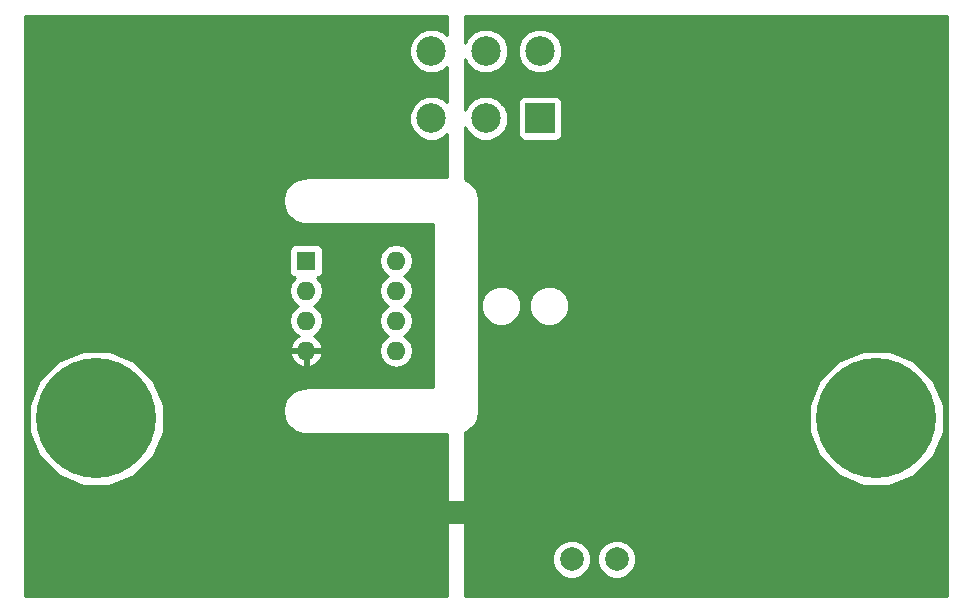
<source format=gbr>
G04 #@! TF.FileFunction,Copper,L1,Top,Signal*
%FSLAX46Y46*%
G04 Gerber Fmt 4.6, Leading zero omitted, Abs format (unit mm)*
G04 Created by KiCad (PCBNEW 4.0.7) date 01/03/18 21:35:10*
%MOMM*%
%LPD*%
G01*
G04 APERTURE LIST*
%ADD10C,0.100000*%
%ADD11C,3.000000*%
%ADD12C,0.600000*%
%ADD13C,2.000000*%
%ADD14C,10.160000*%
%ADD15R,1.600000X1.600000*%
%ADD16O,1.600000X1.600000*%
%ADD17R,2.500000X2.500000*%
%ADD18C,2.500000*%
%ADD19C,0.500000*%
%ADD20C,0.254000*%
G04 APERTURE END LIST*
D10*
D11*
X178435000Y-103185000D03*
X109855000Y-103185000D03*
X178435000Y-63185000D03*
X109855000Y-63185000D03*
D12*
X126873000Y-94234000D03*
X109347000Y-86741000D03*
X113792000Y-86995000D03*
X105664000Y-89408000D03*
X125095000Y-88773000D03*
X147447000Y-94234000D03*
X159131000Y-92456000D03*
X146812000Y-107442000D03*
D13*
X155194000Y-100838000D03*
X151384000Y-100838000D03*
X155194000Y-104648000D03*
X151384000Y-104648000D03*
D12*
X167386000Y-70612000D03*
X168148000Y-77216000D03*
X142875000Y-63627000D03*
X181610000Y-96774000D03*
X168402000Y-106426000D03*
X163195000Y-93853000D03*
X164719000Y-104775000D03*
X181610000Y-88519000D03*
X178181000Y-80772000D03*
X170180000Y-82550000D03*
X171577000Y-77978000D03*
X169926000Y-78740000D03*
D14*
X177165000Y-92710000D03*
X177165000Y-73662000D03*
D12*
X151765000Y-82423000D03*
X162179000Y-59944000D03*
X160528000Y-94615000D03*
X155956000Y-90043000D03*
X153924000Y-88646000D03*
X140335000Y-97282000D03*
X142875000Y-97282000D03*
X142875000Y-107442000D03*
X140335000Y-107442000D03*
X117729000Y-94107000D03*
X117221000Y-91059000D03*
X117602000Y-78867000D03*
X126492000Y-84328000D03*
X140462000Y-70358000D03*
X143510000Y-72898000D03*
X140335000Y-94488000D03*
X159512000Y-82296000D03*
X165989000Y-84836000D03*
X145542000Y-68961000D03*
X124714000Y-86106000D03*
X137414000Y-77089000D03*
X137414000Y-89408000D03*
X143891000Y-90741500D03*
X142875000Y-94488000D03*
X163576000Y-87376000D03*
X153797000Y-77851000D03*
X155702000Y-84201000D03*
X105664000Y-83058000D03*
X137541000Y-99695000D03*
X118872000Y-86233000D03*
X139192000Y-80645000D03*
X136398000Y-102870000D03*
X135636000Y-77089000D03*
X151066500Y-90741500D03*
X156972000Y-84201000D03*
X156083000Y-92202000D03*
X159639000Y-74168000D03*
D15*
X128905000Y-79375000D03*
D16*
X136525000Y-86995000D03*
X128905000Y-81915000D03*
X136525000Y-84455000D03*
X128905000Y-84455000D03*
X136525000Y-81915000D03*
X128905000Y-86995000D03*
X136525000Y-79375000D03*
D17*
X148717000Y-67310000D03*
D18*
X144117000Y-67310000D03*
X139517000Y-67310000D03*
X148717000Y-61610000D03*
X144117000Y-61610000D03*
X139517000Y-61610000D03*
D14*
X111125000Y-92710000D03*
X111125000Y-73662000D03*
D19*
X136525000Y-84455000D02*
X136017000Y-84455000D01*
D20*
G36*
X140843000Y-60270194D02*
X140586161Y-60012907D01*
X139893595Y-59725328D01*
X139143695Y-59724674D01*
X138450628Y-60011043D01*
X137919907Y-60540839D01*
X137632328Y-61233405D01*
X137631674Y-61983305D01*
X137918043Y-62676372D01*
X138447839Y-63207093D01*
X139140405Y-63494672D01*
X139890305Y-63495326D01*
X140583372Y-63208957D01*
X140843000Y-62949782D01*
X140843000Y-65970194D01*
X140586161Y-65712907D01*
X139893595Y-65425328D01*
X139143695Y-65424674D01*
X138450628Y-65711043D01*
X137919907Y-66240839D01*
X137632328Y-66933405D01*
X137631674Y-67683305D01*
X137918043Y-68376372D01*
X138447839Y-68907093D01*
X139140405Y-69194672D01*
X139890305Y-69195326D01*
X140583372Y-68908957D01*
X140843000Y-68649782D01*
X140843000Y-72315000D01*
X128905000Y-72315000D01*
X128836413Y-72328643D01*
X128766485Y-72328643D01*
X128280478Y-72425315D01*
X128152507Y-72478323D01*
X128024537Y-72531329D01*
X127612520Y-72806630D01*
X127416630Y-73002520D01*
X127141329Y-73414538D01*
X127099250Y-73516127D01*
X127035315Y-73670478D01*
X126938642Y-74156486D01*
X126938643Y-74295000D01*
X126938642Y-74433514D01*
X127035315Y-74919522D01*
X127091230Y-75054512D01*
X127141329Y-75175462D01*
X127416630Y-75587480D01*
X127612520Y-75783370D01*
X128024537Y-76058671D01*
X128152507Y-76111677D01*
X128280478Y-76164685D01*
X128766485Y-76261357D01*
X128836413Y-76261357D01*
X128905000Y-76275000D01*
X139625000Y-76275000D01*
X139625000Y-90095000D01*
X128905000Y-90095000D01*
X128836413Y-90108643D01*
X128766485Y-90108643D01*
X128280478Y-90205315D01*
X128152508Y-90258322D01*
X128024537Y-90311329D01*
X127612520Y-90586630D01*
X127416630Y-90782520D01*
X127141329Y-91194538D01*
X127099250Y-91296128D01*
X127035315Y-91450478D01*
X126938642Y-91936486D01*
X126938643Y-92075000D01*
X126938642Y-92213514D01*
X127035315Y-92699522D01*
X127070722Y-92785000D01*
X127141329Y-92955462D01*
X127416630Y-93367480D01*
X127612520Y-93563370D01*
X128024537Y-93838671D01*
X128152507Y-93891677D01*
X128280478Y-93944685D01*
X128766485Y-94041357D01*
X128836413Y-94041357D01*
X128905000Y-94055000D01*
X140843000Y-94055000D01*
X140843000Y-99695000D01*
X140851685Y-99741159D01*
X140878965Y-99783553D01*
X140920590Y-99811994D01*
X140970000Y-99822000D01*
X142240000Y-99822000D01*
X142286159Y-99813315D01*
X142328553Y-99786035D01*
X142356994Y-99744410D01*
X142367000Y-99695000D01*
X142367000Y-93887739D01*
X142379448Y-93882583D01*
X142477917Y-93841796D01*
X171449011Y-93841796D01*
X172317234Y-95943058D01*
X173923486Y-97552116D01*
X176023229Y-98424005D01*
X178296796Y-98425989D01*
X180398058Y-97557766D01*
X182007116Y-95951514D01*
X182879005Y-93851771D01*
X182880989Y-91578204D01*
X182012766Y-89476942D01*
X180406514Y-87867884D01*
X178306771Y-86995995D01*
X176033204Y-86994011D01*
X173931942Y-87862234D01*
X172322884Y-89468486D01*
X171450995Y-91568229D01*
X171449011Y-93841796D01*
X142477917Y-93841796D01*
X142485462Y-93838671D01*
X142897480Y-93563370D01*
X143093370Y-93367480D01*
X143368671Y-92955463D01*
X143421678Y-92827492D01*
X143474685Y-92699522D01*
X143571357Y-92213515D01*
X143571357Y-92143587D01*
X143585000Y-92075000D01*
X143585000Y-83523648D01*
X143704704Y-83523648D01*
X143964487Y-84152372D01*
X144445098Y-84633822D01*
X145073368Y-84894703D01*
X145753648Y-84895296D01*
X146382372Y-84635513D01*
X146863822Y-84154902D01*
X147124703Y-83526632D01*
X147124705Y-83523648D01*
X147768704Y-83523648D01*
X148028487Y-84152372D01*
X148509098Y-84633822D01*
X149137368Y-84894703D01*
X149817648Y-84895296D01*
X150446372Y-84635513D01*
X150927822Y-84154902D01*
X151188703Y-83526632D01*
X151189296Y-82846352D01*
X150929513Y-82217628D01*
X150448902Y-81736178D01*
X149820632Y-81475297D01*
X149140352Y-81474704D01*
X148511628Y-81734487D01*
X148030178Y-82215098D01*
X147769297Y-82843368D01*
X147768704Y-83523648D01*
X147124705Y-83523648D01*
X147125296Y-82846352D01*
X146865513Y-82217628D01*
X146384902Y-81736178D01*
X145756632Y-81475297D01*
X145076352Y-81474704D01*
X144447628Y-81734487D01*
X143966178Y-82215098D01*
X143705297Y-82843368D01*
X143704704Y-83523648D01*
X143585000Y-83523648D01*
X143585000Y-74295000D01*
X143571357Y-74226413D01*
X143571357Y-74156485D01*
X143474685Y-73670478D01*
X143418770Y-73535488D01*
X143368671Y-73414537D01*
X143093370Y-73002520D01*
X142897480Y-72806630D01*
X142485462Y-72531329D01*
X142379448Y-72487417D01*
X142367000Y-72482261D01*
X142367000Y-68010819D01*
X142518043Y-68376372D01*
X143047839Y-68907093D01*
X143740405Y-69194672D01*
X144490305Y-69195326D01*
X145183372Y-68908957D01*
X145714093Y-68379161D01*
X146001672Y-67686595D01*
X146002326Y-66936695D01*
X145715957Y-66243628D01*
X145532650Y-66060000D01*
X146819560Y-66060000D01*
X146819560Y-68560000D01*
X146863838Y-68795317D01*
X147002910Y-69011441D01*
X147215110Y-69156431D01*
X147467000Y-69207440D01*
X149967000Y-69207440D01*
X150202317Y-69163162D01*
X150418441Y-69024090D01*
X150563431Y-68811890D01*
X150614440Y-68560000D01*
X150614440Y-66060000D01*
X150570162Y-65824683D01*
X150431090Y-65608559D01*
X150218890Y-65463569D01*
X149967000Y-65412560D01*
X147467000Y-65412560D01*
X147231683Y-65456838D01*
X147015559Y-65595910D01*
X146870569Y-65808110D01*
X146819560Y-66060000D01*
X145532650Y-66060000D01*
X145186161Y-65712907D01*
X144493595Y-65425328D01*
X143743695Y-65424674D01*
X143050628Y-65711043D01*
X142519907Y-66240839D01*
X142367000Y-66609079D01*
X142367000Y-62310819D01*
X142518043Y-62676372D01*
X143047839Y-63207093D01*
X143740405Y-63494672D01*
X144490305Y-63495326D01*
X145183372Y-63208957D01*
X145714093Y-62679161D01*
X146001672Y-61986595D01*
X146001674Y-61983305D01*
X146831674Y-61983305D01*
X147118043Y-62676372D01*
X147647839Y-63207093D01*
X148340405Y-63494672D01*
X149090305Y-63495326D01*
X149783372Y-63208957D01*
X150314093Y-62679161D01*
X150601672Y-61986595D01*
X150602326Y-61236695D01*
X150315957Y-60543628D01*
X149786161Y-60012907D01*
X149093595Y-59725328D01*
X148343695Y-59724674D01*
X147650628Y-60011043D01*
X147119907Y-60540839D01*
X146832328Y-61233405D01*
X146831674Y-61983305D01*
X146001674Y-61983305D01*
X146002326Y-61236695D01*
X145715957Y-60543628D01*
X145186161Y-60012907D01*
X144493595Y-59725328D01*
X143743695Y-59724674D01*
X143050628Y-60011043D01*
X142519907Y-60540839D01*
X142367000Y-60909079D01*
X142367000Y-58620000D01*
X183210000Y-58620000D01*
X183210000Y-107750000D01*
X142367000Y-107750000D01*
X142367000Y-104971795D01*
X149748716Y-104971795D01*
X149997106Y-105572943D01*
X150456637Y-106033278D01*
X151057352Y-106282716D01*
X151707795Y-106283284D01*
X152308943Y-106034894D01*
X152769278Y-105575363D01*
X153018716Y-104974648D01*
X153018718Y-104971795D01*
X153558716Y-104971795D01*
X153807106Y-105572943D01*
X154266637Y-106033278D01*
X154867352Y-106282716D01*
X155517795Y-106283284D01*
X156118943Y-106034894D01*
X156579278Y-105575363D01*
X156828716Y-104974648D01*
X156829284Y-104324205D01*
X156580894Y-103723057D01*
X156121363Y-103262722D01*
X155520648Y-103013284D01*
X154870205Y-103012716D01*
X154269057Y-103261106D01*
X153808722Y-103720637D01*
X153559284Y-104321352D01*
X153558716Y-104971795D01*
X153018718Y-104971795D01*
X153019284Y-104324205D01*
X152770894Y-103723057D01*
X152311363Y-103262722D01*
X151710648Y-103013284D01*
X151060205Y-103012716D01*
X150459057Y-103261106D01*
X149998722Y-103720637D01*
X149749284Y-104321352D01*
X149748716Y-104971795D01*
X142367000Y-104971795D01*
X142367000Y-101600000D01*
X142358315Y-101553841D01*
X142331035Y-101511447D01*
X142289410Y-101483006D01*
X142240000Y-101473000D01*
X140970000Y-101473000D01*
X140923841Y-101481685D01*
X140881447Y-101508965D01*
X140853006Y-101550590D01*
X140843000Y-101600000D01*
X140843000Y-107750000D01*
X105080000Y-107750000D01*
X105080000Y-93841796D01*
X105409011Y-93841796D01*
X106277234Y-95943058D01*
X107883486Y-97552116D01*
X109983229Y-98424005D01*
X112256796Y-98425989D01*
X114358058Y-97557766D01*
X115967116Y-95951514D01*
X116839005Y-93851771D01*
X116840989Y-91578204D01*
X115972766Y-89476942D01*
X114366514Y-87867884D01*
X113104955Y-87344039D01*
X127513096Y-87344039D01*
X127673959Y-87732423D01*
X128049866Y-88147389D01*
X128555959Y-88386914D01*
X128778000Y-88265629D01*
X128778000Y-87122000D01*
X129032000Y-87122000D01*
X129032000Y-88265629D01*
X129254041Y-88386914D01*
X129760134Y-88147389D01*
X130136041Y-87732423D01*
X130296904Y-87344039D01*
X130174915Y-87122000D01*
X129032000Y-87122000D01*
X128778000Y-87122000D01*
X127635085Y-87122000D01*
X127513096Y-87344039D01*
X113104955Y-87344039D01*
X112266771Y-86995995D01*
X109993204Y-86994011D01*
X107891942Y-87862234D01*
X106282884Y-89468486D01*
X105410995Y-91568229D01*
X105409011Y-93841796D01*
X105080000Y-93841796D01*
X105080000Y-81915000D01*
X127441887Y-81915000D01*
X127551120Y-82464151D01*
X127862189Y-82929698D01*
X128244275Y-83185000D01*
X127862189Y-83440302D01*
X127551120Y-83905849D01*
X127441887Y-84455000D01*
X127551120Y-85004151D01*
X127862189Y-85469698D01*
X128266703Y-85739986D01*
X128049866Y-85842611D01*
X127673959Y-86257577D01*
X127513096Y-86645961D01*
X127635085Y-86868000D01*
X128778000Y-86868000D01*
X128778000Y-86848000D01*
X129032000Y-86848000D01*
X129032000Y-86868000D01*
X130174915Y-86868000D01*
X130296904Y-86645961D01*
X130136041Y-86257577D01*
X129760134Y-85842611D01*
X129543297Y-85739986D01*
X129947811Y-85469698D01*
X130258880Y-85004151D01*
X130368113Y-84455000D01*
X130258880Y-83905849D01*
X129947811Y-83440302D01*
X129565725Y-83185000D01*
X129947811Y-82929698D01*
X130258880Y-82464151D01*
X130368113Y-81915000D01*
X130258880Y-81365849D01*
X129947811Y-80900302D01*
X129803535Y-80803899D01*
X129940317Y-80778162D01*
X130156441Y-80639090D01*
X130301431Y-80426890D01*
X130352440Y-80175000D01*
X130352440Y-79375000D01*
X135061887Y-79375000D01*
X135171120Y-79924151D01*
X135482189Y-80389698D01*
X135864275Y-80645000D01*
X135482189Y-80900302D01*
X135171120Y-81365849D01*
X135061887Y-81915000D01*
X135171120Y-82464151D01*
X135482189Y-82929698D01*
X135864275Y-83185000D01*
X135482189Y-83440302D01*
X135171120Y-83905849D01*
X135061887Y-84455000D01*
X135171120Y-85004151D01*
X135482189Y-85469698D01*
X135864275Y-85725000D01*
X135482189Y-85980302D01*
X135171120Y-86445849D01*
X135061887Y-86995000D01*
X135171120Y-87544151D01*
X135482189Y-88009698D01*
X135947736Y-88320767D01*
X136496887Y-88430000D01*
X136553113Y-88430000D01*
X137102264Y-88320767D01*
X137567811Y-88009698D01*
X137878880Y-87544151D01*
X137988113Y-86995000D01*
X137878880Y-86445849D01*
X137567811Y-85980302D01*
X137185725Y-85725000D01*
X137567811Y-85469698D01*
X137878880Y-85004151D01*
X137988113Y-84455000D01*
X137878880Y-83905849D01*
X137567811Y-83440302D01*
X137185725Y-83185000D01*
X137567811Y-82929698D01*
X137878880Y-82464151D01*
X137988113Y-81915000D01*
X137878880Y-81365849D01*
X137567811Y-80900302D01*
X137185725Y-80645000D01*
X137567811Y-80389698D01*
X137878880Y-79924151D01*
X137988113Y-79375000D01*
X137878880Y-78825849D01*
X137567811Y-78360302D01*
X137102264Y-78049233D01*
X136553113Y-77940000D01*
X136496887Y-77940000D01*
X135947736Y-78049233D01*
X135482189Y-78360302D01*
X135171120Y-78825849D01*
X135061887Y-79375000D01*
X130352440Y-79375000D01*
X130352440Y-78575000D01*
X130308162Y-78339683D01*
X130169090Y-78123559D01*
X129956890Y-77978569D01*
X129705000Y-77927560D01*
X128105000Y-77927560D01*
X127869683Y-77971838D01*
X127653559Y-78110910D01*
X127508569Y-78323110D01*
X127457560Y-78575000D01*
X127457560Y-80175000D01*
X127501838Y-80410317D01*
X127640910Y-80626441D01*
X127853110Y-80771431D01*
X128008089Y-80802815D01*
X127862189Y-80900302D01*
X127551120Y-81365849D01*
X127441887Y-81915000D01*
X105080000Y-81915000D01*
X105080000Y-58620000D01*
X140843000Y-58620000D01*
X140843000Y-60270194D01*
X140843000Y-60270194D01*
G37*
X140843000Y-60270194D02*
X140586161Y-60012907D01*
X139893595Y-59725328D01*
X139143695Y-59724674D01*
X138450628Y-60011043D01*
X137919907Y-60540839D01*
X137632328Y-61233405D01*
X137631674Y-61983305D01*
X137918043Y-62676372D01*
X138447839Y-63207093D01*
X139140405Y-63494672D01*
X139890305Y-63495326D01*
X140583372Y-63208957D01*
X140843000Y-62949782D01*
X140843000Y-65970194D01*
X140586161Y-65712907D01*
X139893595Y-65425328D01*
X139143695Y-65424674D01*
X138450628Y-65711043D01*
X137919907Y-66240839D01*
X137632328Y-66933405D01*
X137631674Y-67683305D01*
X137918043Y-68376372D01*
X138447839Y-68907093D01*
X139140405Y-69194672D01*
X139890305Y-69195326D01*
X140583372Y-68908957D01*
X140843000Y-68649782D01*
X140843000Y-72315000D01*
X128905000Y-72315000D01*
X128836413Y-72328643D01*
X128766485Y-72328643D01*
X128280478Y-72425315D01*
X128152507Y-72478323D01*
X128024537Y-72531329D01*
X127612520Y-72806630D01*
X127416630Y-73002520D01*
X127141329Y-73414538D01*
X127099250Y-73516127D01*
X127035315Y-73670478D01*
X126938642Y-74156486D01*
X126938643Y-74295000D01*
X126938642Y-74433514D01*
X127035315Y-74919522D01*
X127091230Y-75054512D01*
X127141329Y-75175462D01*
X127416630Y-75587480D01*
X127612520Y-75783370D01*
X128024537Y-76058671D01*
X128152507Y-76111677D01*
X128280478Y-76164685D01*
X128766485Y-76261357D01*
X128836413Y-76261357D01*
X128905000Y-76275000D01*
X139625000Y-76275000D01*
X139625000Y-90095000D01*
X128905000Y-90095000D01*
X128836413Y-90108643D01*
X128766485Y-90108643D01*
X128280478Y-90205315D01*
X128152508Y-90258322D01*
X128024537Y-90311329D01*
X127612520Y-90586630D01*
X127416630Y-90782520D01*
X127141329Y-91194538D01*
X127099250Y-91296128D01*
X127035315Y-91450478D01*
X126938642Y-91936486D01*
X126938643Y-92075000D01*
X126938642Y-92213514D01*
X127035315Y-92699522D01*
X127070722Y-92785000D01*
X127141329Y-92955462D01*
X127416630Y-93367480D01*
X127612520Y-93563370D01*
X128024537Y-93838671D01*
X128152507Y-93891677D01*
X128280478Y-93944685D01*
X128766485Y-94041357D01*
X128836413Y-94041357D01*
X128905000Y-94055000D01*
X140843000Y-94055000D01*
X140843000Y-99695000D01*
X140851685Y-99741159D01*
X140878965Y-99783553D01*
X140920590Y-99811994D01*
X140970000Y-99822000D01*
X142240000Y-99822000D01*
X142286159Y-99813315D01*
X142328553Y-99786035D01*
X142356994Y-99744410D01*
X142367000Y-99695000D01*
X142367000Y-93887739D01*
X142379448Y-93882583D01*
X142477917Y-93841796D01*
X171449011Y-93841796D01*
X172317234Y-95943058D01*
X173923486Y-97552116D01*
X176023229Y-98424005D01*
X178296796Y-98425989D01*
X180398058Y-97557766D01*
X182007116Y-95951514D01*
X182879005Y-93851771D01*
X182880989Y-91578204D01*
X182012766Y-89476942D01*
X180406514Y-87867884D01*
X178306771Y-86995995D01*
X176033204Y-86994011D01*
X173931942Y-87862234D01*
X172322884Y-89468486D01*
X171450995Y-91568229D01*
X171449011Y-93841796D01*
X142477917Y-93841796D01*
X142485462Y-93838671D01*
X142897480Y-93563370D01*
X143093370Y-93367480D01*
X143368671Y-92955463D01*
X143421678Y-92827492D01*
X143474685Y-92699522D01*
X143571357Y-92213515D01*
X143571357Y-92143587D01*
X143585000Y-92075000D01*
X143585000Y-83523648D01*
X143704704Y-83523648D01*
X143964487Y-84152372D01*
X144445098Y-84633822D01*
X145073368Y-84894703D01*
X145753648Y-84895296D01*
X146382372Y-84635513D01*
X146863822Y-84154902D01*
X147124703Y-83526632D01*
X147124705Y-83523648D01*
X147768704Y-83523648D01*
X148028487Y-84152372D01*
X148509098Y-84633822D01*
X149137368Y-84894703D01*
X149817648Y-84895296D01*
X150446372Y-84635513D01*
X150927822Y-84154902D01*
X151188703Y-83526632D01*
X151189296Y-82846352D01*
X150929513Y-82217628D01*
X150448902Y-81736178D01*
X149820632Y-81475297D01*
X149140352Y-81474704D01*
X148511628Y-81734487D01*
X148030178Y-82215098D01*
X147769297Y-82843368D01*
X147768704Y-83523648D01*
X147124705Y-83523648D01*
X147125296Y-82846352D01*
X146865513Y-82217628D01*
X146384902Y-81736178D01*
X145756632Y-81475297D01*
X145076352Y-81474704D01*
X144447628Y-81734487D01*
X143966178Y-82215098D01*
X143705297Y-82843368D01*
X143704704Y-83523648D01*
X143585000Y-83523648D01*
X143585000Y-74295000D01*
X143571357Y-74226413D01*
X143571357Y-74156485D01*
X143474685Y-73670478D01*
X143418770Y-73535488D01*
X143368671Y-73414537D01*
X143093370Y-73002520D01*
X142897480Y-72806630D01*
X142485462Y-72531329D01*
X142379448Y-72487417D01*
X142367000Y-72482261D01*
X142367000Y-68010819D01*
X142518043Y-68376372D01*
X143047839Y-68907093D01*
X143740405Y-69194672D01*
X144490305Y-69195326D01*
X145183372Y-68908957D01*
X145714093Y-68379161D01*
X146001672Y-67686595D01*
X146002326Y-66936695D01*
X145715957Y-66243628D01*
X145532650Y-66060000D01*
X146819560Y-66060000D01*
X146819560Y-68560000D01*
X146863838Y-68795317D01*
X147002910Y-69011441D01*
X147215110Y-69156431D01*
X147467000Y-69207440D01*
X149967000Y-69207440D01*
X150202317Y-69163162D01*
X150418441Y-69024090D01*
X150563431Y-68811890D01*
X150614440Y-68560000D01*
X150614440Y-66060000D01*
X150570162Y-65824683D01*
X150431090Y-65608559D01*
X150218890Y-65463569D01*
X149967000Y-65412560D01*
X147467000Y-65412560D01*
X147231683Y-65456838D01*
X147015559Y-65595910D01*
X146870569Y-65808110D01*
X146819560Y-66060000D01*
X145532650Y-66060000D01*
X145186161Y-65712907D01*
X144493595Y-65425328D01*
X143743695Y-65424674D01*
X143050628Y-65711043D01*
X142519907Y-66240839D01*
X142367000Y-66609079D01*
X142367000Y-62310819D01*
X142518043Y-62676372D01*
X143047839Y-63207093D01*
X143740405Y-63494672D01*
X144490305Y-63495326D01*
X145183372Y-63208957D01*
X145714093Y-62679161D01*
X146001672Y-61986595D01*
X146001674Y-61983305D01*
X146831674Y-61983305D01*
X147118043Y-62676372D01*
X147647839Y-63207093D01*
X148340405Y-63494672D01*
X149090305Y-63495326D01*
X149783372Y-63208957D01*
X150314093Y-62679161D01*
X150601672Y-61986595D01*
X150602326Y-61236695D01*
X150315957Y-60543628D01*
X149786161Y-60012907D01*
X149093595Y-59725328D01*
X148343695Y-59724674D01*
X147650628Y-60011043D01*
X147119907Y-60540839D01*
X146832328Y-61233405D01*
X146831674Y-61983305D01*
X146001674Y-61983305D01*
X146002326Y-61236695D01*
X145715957Y-60543628D01*
X145186161Y-60012907D01*
X144493595Y-59725328D01*
X143743695Y-59724674D01*
X143050628Y-60011043D01*
X142519907Y-60540839D01*
X142367000Y-60909079D01*
X142367000Y-58620000D01*
X183210000Y-58620000D01*
X183210000Y-107750000D01*
X142367000Y-107750000D01*
X142367000Y-104971795D01*
X149748716Y-104971795D01*
X149997106Y-105572943D01*
X150456637Y-106033278D01*
X151057352Y-106282716D01*
X151707795Y-106283284D01*
X152308943Y-106034894D01*
X152769278Y-105575363D01*
X153018716Y-104974648D01*
X153018718Y-104971795D01*
X153558716Y-104971795D01*
X153807106Y-105572943D01*
X154266637Y-106033278D01*
X154867352Y-106282716D01*
X155517795Y-106283284D01*
X156118943Y-106034894D01*
X156579278Y-105575363D01*
X156828716Y-104974648D01*
X156829284Y-104324205D01*
X156580894Y-103723057D01*
X156121363Y-103262722D01*
X155520648Y-103013284D01*
X154870205Y-103012716D01*
X154269057Y-103261106D01*
X153808722Y-103720637D01*
X153559284Y-104321352D01*
X153558716Y-104971795D01*
X153018718Y-104971795D01*
X153019284Y-104324205D01*
X152770894Y-103723057D01*
X152311363Y-103262722D01*
X151710648Y-103013284D01*
X151060205Y-103012716D01*
X150459057Y-103261106D01*
X149998722Y-103720637D01*
X149749284Y-104321352D01*
X149748716Y-104971795D01*
X142367000Y-104971795D01*
X142367000Y-101600000D01*
X142358315Y-101553841D01*
X142331035Y-101511447D01*
X142289410Y-101483006D01*
X142240000Y-101473000D01*
X140970000Y-101473000D01*
X140923841Y-101481685D01*
X140881447Y-101508965D01*
X140853006Y-101550590D01*
X140843000Y-101600000D01*
X140843000Y-107750000D01*
X105080000Y-107750000D01*
X105080000Y-93841796D01*
X105409011Y-93841796D01*
X106277234Y-95943058D01*
X107883486Y-97552116D01*
X109983229Y-98424005D01*
X112256796Y-98425989D01*
X114358058Y-97557766D01*
X115967116Y-95951514D01*
X116839005Y-93851771D01*
X116840989Y-91578204D01*
X115972766Y-89476942D01*
X114366514Y-87867884D01*
X113104955Y-87344039D01*
X127513096Y-87344039D01*
X127673959Y-87732423D01*
X128049866Y-88147389D01*
X128555959Y-88386914D01*
X128778000Y-88265629D01*
X128778000Y-87122000D01*
X129032000Y-87122000D01*
X129032000Y-88265629D01*
X129254041Y-88386914D01*
X129760134Y-88147389D01*
X130136041Y-87732423D01*
X130296904Y-87344039D01*
X130174915Y-87122000D01*
X129032000Y-87122000D01*
X128778000Y-87122000D01*
X127635085Y-87122000D01*
X127513096Y-87344039D01*
X113104955Y-87344039D01*
X112266771Y-86995995D01*
X109993204Y-86994011D01*
X107891942Y-87862234D01*
X106282884Y-89468486D01*
X105410995Y-91568229D01*
X105409011Y-93841796D01*
X105080000Y-93841796D01*
X105080000Y-81915000D01*
X127441887Y-81915000D01*
X127551120Y-82464151D01*
X127862189Y-82929698D01*
X128244275Y-83185000D01*
X127862189Y-83440302D01*
X127551120Y-83905849D01*
X127441887Y-84455000D01*
X127551120Y-85004151D01*
X127862189Y-85469698D01*
X128266703Y-85739986D01*
X128049866Y-85842611D01*
X127673959Y-86257577D01*
X127513096Y-86645961D01*
X127635085Y-86868000D01*
X128778000Y-86868000D01*
X128778000Y-86848000D01*
X129032000Y-86848000D01*
X129032000Y-86868000D01*
X130174915Y-86868000D01*
X130296904Y-86645961D01*
X130136041Y-86257577D01*
X129760134Y-85842611D01*
X129543297Y-85739986D01*
X129947811Y-85469698D01*
X130258880Y-85004151D01*
X130368113Y-84455000D01*
X130258880Y-83905849D01*
X129947811Y-83440302D01*
X129565725Y-83185000D01*
X129947811Y-82929698D01*
X130258880Y-82464151D01*
X130368113Y-81915000D01*
X130258880Y-81365849D01*
X129947811Y-80900302D01*
X129803535Y-80803899D01*
X129940317Y-80778162D01*
X130156441Y-80639090D01*
X130301431Y-80426890D01*
X130352440Y-80175000D01*
X130352440Y-79375000D01*
X135061887Y-79375000D01*
X135171120Y-79924151D01*
X135482189Y-80389698D01*
X135864275Y-80645000D01*
X135482189Y-80900302D01*
X135171120Y-81365849D01*
X135061887Y-81915000D01*
X135171120Y-82464151D01*
X135482189Y-82929698D01*
X135864275Y-83185000D01*
X135482189Y-83440302D01*
X135171120Y-83905849D01*
X135061887Y-84455000D01*
X135171120Y-85004151D01*
X135482189Y-85469698D01*
X135864275Y-85725000D01*
X135482189Y-85980302D01*
X135171120Y-86445849D01*
X135061887Y-86995000D01*
X135171120Y-87544151D01*
X135482189Y-88009698D01*
X135947736Y-88320767D01*
X136496887Y-88430000D01*
X136553113Y-88430000D01*
X137102264Y-88320767D01*
X137567811Y-88009698D01*
X137878880Y-87544151D01*
X137988113Y-86995000D01*
X137878880Y-86445849D01*
X137567811Y-85980302D01*
X137185725Y-85725000D01*
X137567811Y-85469698D01*
X137878880Y-85004151D01*
X137988113Y-84455000D01*
X137878880Y-83905849D01*
X137567811Y-83440302D01*
X137185725Y-83185000D01*
X137567811Y-82929698D01*
X137878880Y-82464151D01*
X137988113Y-81915000D01*
X137878880Y-81365849D01*
X137567811Y-80900302D01*
X137185725Y-80645000D01*
X137567811Y-80389698D01*
X137878880Y-79924151D01*
X137988113Y-79375000D01*
X137878880Y-78825849D01*
X137567811Y-78360302D01*
X137102264Y-78049233D01*
X136553113Y-77940000D01*
X136496887Y-77940000D01*
X135947736Y-78049233D01*
X135482189Y-78360302D01*
X135171120Y-78825849D01*
X135061887Y-79375000D01*
X130352440Y-79375000D01*
X130352440Y-78575000D01*
X130308162Y-78339683D01*
X130169090Y-78123559D01*
X129956890Y-77978569D01*
X129705000Y-77927560D01*
X128105000Y-77927560D01*
X127869683Y-77971838D01*
X127653559Y-78110910D01*
X127508569Y-78323110D01*
X127457560Y-78575000D01*
X127457560Y-80175000D01*
X127501838Y-80410317D01*
X127640910Y-80626441D01*
X127853110Y-80771431D01*
X128008089Y-80802815D01*
X127862189Y-80900302D01*
X127551120Y-81365849D01*
X127441887Y-81915000D01*
X105080000Y-81915000D01*
X105080000Y-58620000D01*
X140843000Y-58620000D01*
X140843000Y-60270194D01*
M02*

</source>
